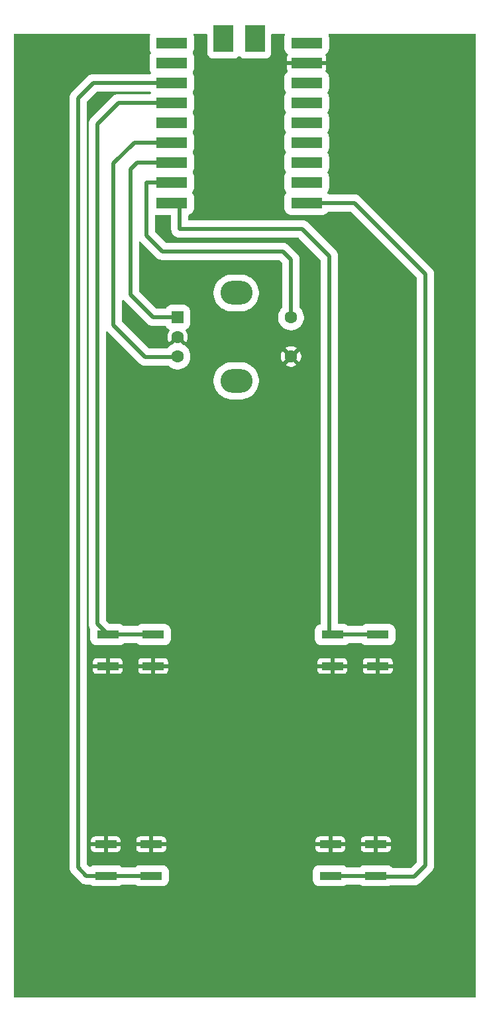
<source format=gbr>
%TF.GenerationSoftware,KiCad,Pcbnew,9.0.2*%
%TF.CreationDate,2025-08-01T16:44:25+02:00*%
%TF.ProjectId,DuploTrainController NG,4475706c-6f54-4726-9169-6e436f6e7472,rev?*%
%TF.SameCoordinates,PX2b953a0PY93c5970*%
%TF.FileFunction,Copper,L1,Top*%
%TF.FilePolarity,Positive*%
%FSLAX46Y46*%
G04 Gerber Fmt 4.6, Leading zero omitted, Abs format (unit mm)*
G04 Created by KiCad (PCBNEW 9.0.2) date 2025-08-01 16:44:25*
%MOMM*%
%LPD*%
G01*
G04 APERTURE LIST*
G04 Aperture macros list*
%AMRoundRect*
0 Rectangle with rounded corners*
0 $1 Rounding radius*
0 $2 $3 $4 $5 $6 $7 $8 $9 X,Y pos of 4 corners*
0 Add a 4 corners polygon primitive as box body*
4,1,4,$2,$3,$4,$5,$6,$7,$8,$9,$2,$3,0*
0 Add four circle primitives for the rounded corners*
1,1,$1+$1,$2,$3*
1,1,$1+$1,$4,$5*
1,1,$1+$1,$6,$7*
1,1,$1+$1,$8,$9*
0 Add four rect primitives between the rounded corners*
20,1,$1+$1,$2,$3,$4,$5,0*
20,1,$1+$1,$4,$5,$6,$7,0*
20,1,$1+$1,$6,$7,$8,$9,0*
20,1,$1+$1,$8,$9,$2,$3,0*%
G04 Aperture macros list end*
%TA.AperFunction,SMDPad,CuDef*%
%ADD10R,2.800000X1.000000*%
%TD*%
%TA.AperFunction,SMDPad,CuDef*%
%ADD11R,4.000000X1.348000*%
%TD*%
%TA.AperFunction,SMDPad,CuDef*%
%ADD12R,2.500000X3.500000*%
%TD*%
%TA.AperFunction,ComponentPad*%
%ADD13RoundRect,0.250000X-0.550000X-0.550000X0.550000X-0.550000X0.550000X0.550000X-0.550000X0.550000X0*%
%TD*%
%TA.AperFunction,ComponentPad*%
%ADD14C,1.600000*%
%TD*%
%TA.AperFunction,ComponentPad*%
%ADD15O,4.100000X3.000000*%
%TD*%
%TA.AperFunction,Conductor*%
%ADD16C,0.500000*%
%TD*%
G04 APERTURE END LIST*
D10*
%TO.P,SW4,1,1*%
%TO.N,Play*%
X41300000Y46750000D03*
X47100000Y46750000D03*
%TO.P,SW4,2,2*%
%TO.N,GND*%
X41300000Y42750000D03*
X47100000Y42750000D03*
%TD*%
D11*
%TO.P,U1,3.3V,3V3*%
%TO.N,3.3V*%
X38020000Y117170000D03*
%TO.P,U1,5V,5V*%
%TO.N,unconnected-(U1-Pad5V)*%
X38020000Y122250000D03*
D12*
%TO.P,U1,B+,B+*%
%TO.N,unconnected-(U1-PadB+)*%
X31400000Y122850000D03*
%TO.P,U1,B-,B-*%
%TO.N,unconnected-(U1-PadB-)*%
X27400000Y122850000D03*
D11*
%TO.P,U1,GND,GND*%
%TO.N,GND*%
X38020000Y119710000D03*
%TO.P,U1,GP1,GPIO1*%
%TO.N,Lichtauswahl*%
X20780000Y117170000D03*
%TO.P,U1,GP2,GPIO2*%
%TO.N,Record*%
X20780000Y114630000D03*
%TO.P,U1,GP3,GPIO3*%
%TO.N,unconnected-(U1-GPIO3-PadGP3)*%
X20780000Y112090000D03*
%TO.P,U1,GP4,GPIO4*%
%TO.N,ENC_2*%
X20780000Y109550000D03*
%TO.P,U1,GP5,GPIO5*%
%TO.N,ENC_1*%
X20780000Y107010000D03*
%TO.P,U1,GP6,GPIO6*%
%TO.N,Not_Aus*%
X20780000Y104470000D03*
%TO.P,U1,GP7,GPIO7*%
%TO.N,Play*%
X20780000Y101850000D03*
%TO.P,U1,GP8,GPIO8*%
%TO.N,Ger\u00E4uschauswahl*%
X38020000Y101850000D03*
%TO.P,U1,GP9,GPIO9*%
%TO.N,unconnected-(U1-GPIO9-PadGP9)*%
X38020000Y104470000D03*
%TO.P,U1,GP10,GPIO10*%
%TO.N,unconnected-(U1-GPIO10-PadGP10)*%
X38020000Y107010000D03*
%TO.P,U1,GP11,GPIO11*%
%TO.N,unconnected-(U1-GPIO11-PadGP11)*%
X38020000Y109550000D03*
%TO.P,U1,GP12,GPIO12*%
%TO.N,unconnected-(U1-GPIO12-PadGP12)*%
X38020000Y112090000D03*
%TO.P,U1,GP13,GPIO13*%
%TO.N,unconnected-(U1-GPIO13-PadGP13)*%
X38020000Y114630000D03*
%TO.P,U1,RX,RX*%
%TO.N,unconnected-(U1-PadRX)*%
X20780000Y119710000D03*
%TO.P,U1,TX,TX*%
%TO.N,unconnected-(U1-PadTX)*%
X20780000Y122250000D03*
%TD*%
D13*
%TO.P,SW5,A,A*%
%TO.N,ENC_1*%
X21520000Y87240000D03*
D14*
%TO.P,SW5,B,B*%
%TO.N,ENC_2*%
X21520000Y82240000D03*
%TO.P,SW5,C,C*%
%TO.N,GND*%
X21520000Y84740000D03*
%TO.P,SW5,S1,S1*%
%TO.N,Not_Aus*%
X36020000Y87240000D03*
%TO.P,SW5,S2,S2*%
%TO.N,GND*%
X36020000Y82240000D03*
D15*
%TO.P,SW5,SH*%
%TO.N,N/C*%
X29020000Y90340000D03*
X29020000Y79140000D03*
%TD*%
D10*
%TO.P,SW3,1,1*%
%TO.N,GND*%
X12350000Y20000000D03*
X18150000Y20000000D03*
%TO.P,SW3,2,2*%
%TO.N,Lichtauswahl*%
X12350000Y16000000D03*
X18150000Y16000000D03*
%TD*%
%TO.P,SW1,1,1*%
%TO.N,Record*%
X12600000Y46750000D03*
X18400000Y46750000D03*
%TO.P,SW1,2,2*%
%TO.N,GND*%
X12600000Y42750000D03*
X18400000Y42750000D03*
%TD*%
%TO.P,SW2,1,1*%
%TO.N,GND*%
X41050000Y20000000D03*
X46850000Y20000000D03*
%TO.P,SW2,2,2*%
%TO.N,Ger\u00E4uschauswahl*%
X41050000Y16000000D03*
X46850000Y16000000D03*
%TD*%
D16*
%TO.N,Record*%
X12600000Y46750000D02*
X12590000Y46750000D01*
X12600000Y46750000D02*
X18400000Y46750000D01*
X21780000Y114630000D02*
X13980000Y114630000D01*
X11250000Y48100000D02*
X12600000Y46750000D01*
X13980000Y114630000D02*
X11250000Y111900000D01*
X11250000Y111900000D02*
X11250000Y48100000D01*
%TO.N,Lichtauswahl*%
X12140000Y16210000D02*
X12350000Y16000000D01*
X10770000Y117170000D02*
X8800000Y115200000D01*
X21780000Y117170000D02*
X10770000Y117170000D01*
X12350000Y16000000D02*
X9850000Y16000000D01*
X12350000Y16000000D02*
X18150000Y16000000D01*
X8800000Y115200000D02*
X8800000Y17050000D01*
X9850000Y16000000D02*
X8800000Y17050000D01*
%TO.N,Play*%
X40900000Y47150000D02*
X41300000Y46750000D01*
X40900000Y95050000D02*
X40900000Y47150000D01*
X37450000Y98500000D02*
X40900000Y95050000D01*
X41300000Y46750000D02*
X47100000Y46750000D01*
X21780000Y101850000D02*
X21800000Y101830000D01*
X21800000Y101830000D02*
X21800000Y98500000D01*
X21800000Y98500000D02*
X37450000Y98500000D01*
%TO.N,Not_Aus*%
X17550000Y104450000D02*
X17550000Y97700000D01*
X21780000Y104470000D02*
X17570000Y104470000D01*
X17570000Y104470000D02*
X17550000Y104450000D01*
X17550000Y97700000D02*
X19600000Y95650000D01*
X19600000Y95650000D02*
X34950000Y95650000D01*
X36020000Y94580000D02*
X36020000Y87240000D01*
X34950000Y95650000D02*
X36020000Y94580000D01*
%TO.N,ENC_2*%
X21430000Y82150000D02*
X21520000Y82240000D01*
X17400000Y82150000D02*
X21430000Y82150000D01*
X13350000Y86200000D02*
X17400000Y82150000D01*
X16000000Y109550000D02*
X13350000Y106900000D01*
X21780000Y109550000D02*
X16000000Y109550000D01*
X13350000Y106900000D02*
X13350000Y86200000D01*
%TO.N,ENC_1*%
X15500000Y106150000D02*
X15500000Y90150000D01*
X18410000Y87240000D02*
X21520000Y87240000D01*
X16360000Y107010000D02*
X15500000Y106150000D01*
X21780000Y107010000D02*
X16360000Y107010000D01*
X15500000Y90150000D02*
X18410000Y87240000D01*
X21260000Y87500000D02*
X21520000Y87240000D01*
%TO.N,Ger\u00E4uschauswahl*%
X44100000Y101850000D02*
X53200000Y92750000D01*
X53200000Y92750000D02*
X53200000Y17330000D01*
X46850000Y16000000D02*
X41050000Y16000000D01*
X53200000Y17330000D02*
X51720000Y15850000D01*
X37020000Y101850000D02*
X44100000Y101850000D01*
X51720000Y15850000D02*
X46700000Y15850000D01*
%TD*%
%TA.AperFunction,Conductor*%
%TO.N,GND*%
G36*
X17953439Y123419815D02*
G01*
X17999194Y123367011D01*
X18009138Y123297853D01*
X17997488Y123260406D01*
X17976964Y123219024D01*
X17976963Y123219022D01*
X17932317Y123039500D01*
X17929500Y122997952D01*
X17929500Y121502049D01*
X17932317Y121460501D01*
X17976963Y121280979D01*
X17976964Y121280977D01*
X18059155Y121115251D01*
X18059157Y121115248D01*
X18105426Y121057687D01*
X18132085Y120993103D01*
X18119594Y120924359D01*
X18105426Y120902313D01*
X18059157Y120844753D01*
X18059155Y120844750D01*
X17976964Y120679024D01*
X17976963Y120679022D01*
X17932317Y120499500D01*
X17929500Y120457952D01*
X17929500Y118962049D01*
X17932317Y118920501D01*
X17976963Y118740979D01*
X17976964Y118740977D01*
X18059155Y118575251D01*
X18059157Y118575248D01*
X18105426Y118517687D01*
X18117076Y118489463D01*
X18130782Y118462167D01*
X18130282Y118457470D01*
X18132085Y118453103D01*
X18126625Y118423057D01*
X18123398Y118392688D01*
X18120092Y118387101D01*
X18119594Y118384359D01*
X18105426Y118362313D01*
X18068852Y118316813D01*
X18011509Y118276894D01*
X17972205Y118270500D01*
X10683389Y118270500D01*
X10643728Y118264219D01*
X10512302Y118243403D01*
X10347552Y118189872D01*
X10193211Y118111232D01*
X10113256Y118053141D01*
X10053072Y118009414D01*
X10053070Y118009412D01*
X10053069Y118009412D01*
X7960588Y115916931D01*
X7960588Y115916930D01*
X7960586Y115916928D01*
X7916859Y115856744D01*
X7858768Y115776789D01*
X7780128Y115622448D01*
X7726597Y115457698D01*
X7713967Y115377954D01*
X7699500Y115286611D01*
X7699500Y17136611D01*
X7699500Y16963389D01*
X7707677Y16911761D01*
X7726166Y16795022D01*
X7726598Y16792299D01*
X7780127Y16627555D01*
X7858768Y16473212D01*
X7960586Y16333072D01*
X9133072Y15160586D01*
X9273212Y15058768D01*
X9346131Y15021614D01*
X9427549Y14980129D01*
X9427551Y14980129D01*
X9427554Y14980127D01*
X9592299Y14926598D01*
X9763389Y14899500D01*
X9936611Y14899500D01*
X10295877Y14899500D01*
X10362916Y14879815D01*
X10373562Y14872149D01*
X10489247Y14779158D01*
X10654979Y14696963D01*
X10834501Y14652318D01*
X10834502Y14652318D01*
X10834505Y14652317D01*
X10876046Y14649500D01*
X10876048Y14649500D01*
X13823952Y14649500D01*
X13823954Y14649500D01*
X13865495Y14652317D01*
X14045021Y14696963D01*
X14210753Y14779158D01*
X14326435Y14872148D01*
X14391019Y14898806D01*
X14404123Y14899500D01*
X16095877Y14899500D01*
X16162916Y14879815D01*
X16173562Y14872149D01*
X16289247Y14779158D01*
X16454979Y14696963D01*
X16634501Y14652318D01*
X16634502Y14652318D01*
X16634505Y14652317D01*
X16676046Y14649500D01*
X16676048Y14649500D01*
X19623952Y14649500D01*
X19623954Y14649500D01*
X19665495Y14652317D01*
X19845021Y14696963D01*
X20010753Y14779158D01*
X20154940Y14895060D01*
X20270842Y15039247D01*
X20353037Y15204979D01*
X20397683Y15384505D01*
X20400500Y15426046D01*
X20400500Y16573954D01*
X20397683Y16615495D01*
X20353037Y16795021D01*
X20270842Y16960753D01*
X20181175Y17072303D01*
X20154940Y17104941D01*
X20052785Y17187055D01*
X20010753Y17220842D01*
X20010751Y17220843D01*
X20010750Y17220844D01*
X19845023Y17303036D01*
X19845021Y17303037D01*
X19665497Y17347683D01*
X19665501Y17347683D01*
X19634339Y17349796D01*
X19623954Y17350500D01*
X16676046Y17350500D01*
X16664177Y17349696D01*
X16634500Y17347683D01*
X16454978Y17303037D01*
X16454976Y17303036D01*
X16289249Y17220844D01*
X16289247Y17220842D01*
X16174399Y17128523D01*
X16173565Y17127853D01*
X16108981Y17101194D01*
X16095877Y17100500D01*
X14404123Y17100500D01*
X14337084Y17120185D01*
X14326435Y17127853D01*
X14210753Y17220842D01*
X14210751Y17220843D01*
X14210750Y17220844D01*
X14045023Y17303036D01*
X14045021Y17303037D01*
X13865497Y17347683D01*
X13865501Y17347683D01*
X13834339Y17349796D01*
X13823954Y17350500D01*
X10876046Y17350500D01*
X10864177Y17349696D01*
X10834500Y17347683D01*
X10654978Y17303037D01*
X10654976Y17303036D01*
X10489249Y17220844D01*
X10407563Y17155182D01*
X10342979Y17128523D01*
X10274234Y17141013D01*
X10242194Y17164148D01*
X9936819Y17469523D01*
X9903334Y17530846D01*
X9900500Y17557204D01*
X9900500Y19452156D01*
X10450000Y19452156D01*
X10456401Y19392628D01*
X10456403Y19392621D01*
X10506645Y19257914D01*
X10506649Y19257907D01*
X10592809Y19142813D01*
X10592812Y19142810D01*
X10707906Y19056650D01*
X10707913Y19056646D01*
X10842620Y19006404D01*
X10842627Y19006402D01*
X10902155Y19000001D01*
X10902172Y19000000D01*
X12100000Y19000000D01*
X12600000Y19000000D01*
X13797828Y19000000D01*
X13797844Y19000001D01*
X13857372Y19006402D01*
X13857379Y19006404D01*
X13992086Y19056646D01*
X13992093Y19056650D01*
X14107187Y19142810D01*
X14107190Y19142813D01*
X14193350Y19257907D01*
X14193354Y19257914D01*
X14243596Y19392621D01*
X14243598Y19392628D01*
X14249999Y19452156D01*
X16250000Y19452156D01*
X16256401Y19392628D01*
X16256403Y19392621D01*
X16306645Y19257914D01*
X16306649Y19257907D01*
X16392809Y19142813D01*
X16392812Y19142810D01*
X16507906Y19056650D01*
X16507913Y19056646D01*
X16642620Y19006404D01*
X16642627Y19006402D01*
X16702155Y19000001D01*
X16702172Y19000000D01*
X17900000Y19000000D01*
X18400000Y19000000D01*
X19597828Y19000000D01*
X19597844Y19000001D01*
X19657372Y19006402D01*
X19657379Y19006404D01*
X19792086Y19056646D01*
X19792093Y19056650D01*
X19907187Y19142810D01*
X19907190Y19142813D01*
X19993350Y19257907D01*
X19993354Y19257914D01*
X20043596Y19392621D01*
X20043598Y19392628D01*
X20049999Y19452156D01*
X39150000Y19452156D01*
X39156401Y19392628D01*
X39156403Y19392621D01*
X39206645Y19257914D01*
X39206649Y19257907D01*
X39292809Y19142813D01*
X39292812Y19142810D01*
X39407906Y19056650D01*
X39407913Y19056646D01*
X39542620Y19006404D01*
X39542627Y19006402D01*
X39602155Y19000001D01*
X39602172Y19000000D01*
X40800000Y19000000D01*
X41300000Y19000000D01*
X42497828Y19000000D01*
X42497844Y19000001D01*
X42557372Y19006402D01*
X42557379Y19006404D01*
X42692086Y19056646D01*
X42692093Y19056650D01*
X42807187Y19142810D01*
X42807190Y19142813D01*
X42893350Y19257907D01*
X42893354Y19257914D01*
X42943596Y19392621D01*
X42943598Y19392628D01*
X42949999Y19452156D01*
X44950000Y19452156D01*
X44956401Y19392628D01*
X44956403Y19392621D01*
X45006645Y19257914D01*
X45006649Y19257907D01*
X45092809Y19142813D01*
X45092812Y19142810D01*
X45207906Y19056650D01*
X45207913Y19056646D01*
X45342620Y19006404D01*
X45342627Y19006402D01*
X45402155Y19000001D01*
X45402172Y19000000D01*
X46600000Y19000000D01*
X47100000Y19000000D01*
X48297828Y19000000D01*
X48297844Y19000001D01*
X48357372Y19006402D01*
X48357379Y19006404D01*
X48492086Y19056646D01*
X48492093Y19056650D01*
X48607187Y19142810D01*
X48607190Y19142813D01*
X48693350Y19257907D01*
X48693354Y19257914D01*
X48743596Y19392621D01*
X48743598Y19392628D01*
X48749999Y19452156D01*
X48750000Y19452173D01*
X48750000Y19750000D01*
X47100000Y19750000D01*
X47100000Y19000000D01*
X46600000Y19000000D01*
X46600000Y19750000D01*
X44950000Y19750000D01*
X44950000Y19452156D01*
X42949999Y19452156D01*
X42950000Y19452173D01*
X42950000Y19750000D01*
X41300000Y19750000D01*
X41300000Y19000000D01*
X40800000Y19000000D01*
X40800000Y19750000D01*
X39150000Y19750000D01*
X39150000Y19452156D01*
X20049999Y19452156D01*
X20050000Y19452173D01*
X20050000Y19750000D01*
X18400000Y19750000D01*
X18400000Y19000000D01*
X17900000Y19000000D01*
X17900000Y19750000D01*
X16250000Y19750000D01*
X16250000Y19452156D01*
X14249999Y19452156D01*
X14250000Y19452173D01*
X14250000Y19750000D01*
X12600000Y19750000D01*
X12600000Y19000000D01*
X12100000Y19000000D01*
X12100000Y19750000D01*
X10450000Y19750000D01*
X10450000Y19452156D01*
X9900500Y19452156D01*
X9900500Y20547845D01*
X10450000Y20547845D01*
X10450000Y20250000D01*
X12100000Y20250000D01*
X12600000Y20250000D01*
X14250000Y20250000D01*
X14250000Y20547828D01*
X14249999Y20547845D01*
X16250000Y20547845D01*
X16250000Y20250000D01*
X17900000Y20250000D01*
X18400000Y20250000D01*
X20050000Y20250000D01*
X20050000Y20547828D01*
X20049999Y20547845D01*
X39150000Y20547845D01*
X39150000Y20250000D01*
X40800000Y20250000D01*
X41300000Y20250000D01*
X42950000Y20250000D01*
X42950000Y20547828D01*
X42949999Y20547845D01*
X44950000Y20547845D01*
X44950000Y20250000D01*
X46600000Y20250000D01*
X47100000Y20250000D01*
X48750000Y20250000D01*
X48750000Y20547828D01*
X48749999Y20547845D01*
X48743598Y20607373D01*
X48743596Y20607380D01*
X48693354Y20742087D01*
X48693350Y20742094D01*
X48607190Y20857188D01*
X48607187Y20857191D01*
X48492093Y20943351D01*
X48492086Y20943355D01*
X48357379Y20993597D01*
X48357372Y20993599D01*
X48297844Y21000000D01*
X47100000Y21000000D01*
X47100000Y20250000D01*
X46600000Y20250000D01*
X46600000Y21000000D01*
X45402155Y21000000D01*
X45342627Y20993599D01*
X45342620Y20993597D01*
X45207913Y20943355D01*
X45207906Y20943351D01*
X45092812Y20857191D01*
X45092809Y20857188D01*
X45006649Y20742094D01*
X45006645Y20742087D01*
X44956403Y20607380D01*
X44956401Y20607373D01*
X44950000Y20547845D01*
X42949999Y20547845D01*
X42943598Y20607373D01*
X42943596Y20607380D01*
X42893354Y20742087D01*
X42893350Y20742094D01*
X42807190Y20857188D01*
X42807187Y20857191D01*
X42692093Y20943351D01*
X42692086Y20943355D01*
X42557379Y20993597D01*
X42557372Y20993599D01*
X42497844Y21000000D01*
X41300000Y21000000D01*
X41300000Y20250000D01*
X40800000Y20250000D01*
X40800000Y21000000D01*
X39602155Y21000000D01*
X39542627Y20993599D01*
X39542620Y20993597D01*
X39407913Y20943355D01*
X39407906Y20943351D01*
X39292812Y20857191D01*
X39292809Y20857188D01*
X39206649Y20742094D01*
X39206645Y20742087D01*
X39156403Y20607380D01*
X39156401Y20607373D01*
X39150000Y20547845D01*
X20049999Y20547845D01*
X20043598Y20607373D01*
X20043596Y20607380D01*
X19993354Y20742087D01*
X19993350Y20742094D01*
X19907190Y20857188D01*
X19907187Y20857191D01*
X19792093Y20943351D01*
X19792086Y20943355D01*
X19657379Y20993597D01*
X19657372Y20993599D01*
X19597844Y21000000D01*
X18400000Y21000000D01*
X18400000Y20250000D01*
X17900000Y20250000D01*
X17900000Y21000000D01*
X16702155Y21000000D01*
X16642627Y20993599D01*
X16642620Y20993597D01*
X16507913Y20943355D01*
X16507906Y20943351D01*
X16392812Y20857191D01*
X16392809Y20857188D01*
X16306649Y20742094D01*
X16306645Y20742087D01*
X16256403Y20607380D01*
X16256401Y20607373D01*
X16250000Y20547845D01*
X14249999Y20547845D01*
X14243598Y20607373D01*
X14243596Y20607380D01*
X14193354Y20742087D01*
X14193350Y20742094D01*
X14107190Y20857188D01*
X14107187Y20857191D01*
X13992093Y20943351D01*
X13992086Y20943355D01*
X13857379Y20993597D01*
X13857372Y20993599D01*
X13797844Y21000000D01*
X12600000Y21000000D01*
X12600000Y20250000D01*
X12100000Y20250000D01*
X12100000Y21000000D01*
X10902155Y21000000D01*
X10842627Y20993599D01*
X10842620Y20993597D01*
X10707913Y20943355D01*
X10707906Y20943351D01*
X10592812Y20857191D01*
X10592809Y20857188D01*
X10506649Y20742094D01*
X10506645Y20742087D01*
X10456403Y20607380D01*
X10456401Y20607373D01*
X10450000Y20547845D01*
X9900500Y20547845D01*
X9900500Y42202156D01*
X10700000Y42202156D01*
X10706401Y42142628D01*
X10706403Y42142621D01*
X10756645Y42007914D01*
X10756649Y42007907D01*
X10842809Y41892813D01*
X10842812Y41892810D01*
X10957906Y41806650D01*
X10957913Y41806646D01*
X11092620Y41756404D01*
X11092627Y41756402D01*
X11152155Y41750001D01*
X11152172Y41750000D01*
X12350000Y41750000D01*
X12850000Y41750000D01*
X14047828Y41750000D01*
X14047844Y41750001D01*
X14107372Y41756402D01*
X14107379Y41756404D01*
X14242086Y41806646D01*
X14242093Y41806650D01*
X14357187Y41892810D01*
X14357190Y41892813D01*
X14443350Y42007907D01*
X14443354Y42007914D01*
X14493596Y42142621D01*
X14493598Y42142628D01*
X14499999Y42202156D01*
X16500000Y42202156D01*
X16506401Y42142628D01*
X16506403Y42142621D01*
X16556645Y42007914D01*
X16556649Y42007907D01*
X16642809Y41892813D01*
X16642812Y41892810D01*
X16757906Y41806650D01*
X16757913Y41806646D01*
X16892620Y41756404D01*
X16892627Y41756402D01*
X16952155Y41750001D01*
X16952172Y41750000D01*
X18150000Y41750000D01*
X18650000Y41750000D01*
X19847828Y41750000D01*
X19847844Y41750001D01*
X19907372Y41756402D01*
X19907379Y41756404D01*
X20042086Y41806646D01*
X20042093Y41806650D01*
X20157187Y41892810D01*
X20157190Y41892813D01*
X20243350Y42007907D01*
X20243354Y42007914D01*
X20293596Y42142621D01*
X20293598Y42142628D01*
X20299999Y42202156D01*
X39400000Y42202156D01*
X39406401Y42142628D01*
X39406403Y42142621D01*
X39456645Y42007914D01*
X39456649Y42007907D01*
X39542809Y41892813D01*
X39542812Y41892810D01*
X39657906Y41806650D01*
X39657913Y41806646D01*
X39792620Y41756404D01*
X39792627Y41756402D01*
X39852155Y41750001D01*
X39852172Y41750000D01*
X41050000Y41750000D01*
X41550000Y41750000D01*
X42747828Y41750000D01*
X42747844Y41750001D01*
X42807372Y41756402D01*
X42807379Y41756404D01*
X42942086Y41806646D01*
X42942093Y41806650D01*
X43057187Y41892810D01*
X43057190Y41892813D01*
X43143350Y42007907D01*
X43143354Y42007914D01*
X43193596Y42142621D01*
X43193598Y42142628D01*
X43199999Y42202156D01*
X45200000Y42202156D01*
X45206401Y42142628D01*
X45206403Y42142621D01*
X45256645Y42007914D01*
X45256649Y42007907D01*
X45342809Y41892813D01*
X45342812Y41892810D01*
X45457906Y41806650D01*
X45457913Y41806646D01*
X45592620Y41756404D01*
X45592627Y41756402D01*
X45652155Y41750001D01*
X45652172Y41750000D01*
X46850000Y41750000D01*
X47350000Y41750000D01*
X48547828Y41750000D01*
X48547844Y41750001D01*
X48607372Y41756402D01*
X48607379Y41756404D01*
X48742086Y41806646D01*
X48742093Y41806650D01*
X48857187Y41892810D01*
X48857190Y41892813D01*
X48943350Y42007907D01*
X48943354Y42007914D01*
X48993596Y42142621D01*
X48993598Y42142628D01*
X48999999Y42202156D01*
X49000000Y42202173D01*
X49000000Y42500000D01*
X47350000Y42500000D01*
X47350000Y41750000D01*
X46850000Y41750000D01*
X46850000Y42500000D01*
X45200000Y42500000D01*
X45200000Y42202156D01*
X43199999Y42202156D01*
X43200000Y42202173D01*
X43200000Y42500000D01*
X41550000Y42500000D01*
X41550000Y41750000D01*
X41050000Y41750000D01*
X41050000Y42500000D01*
X39400000Y42500000D01*
X39400000Y42202156D01*
X20299999Y42202156D01*
X20300000Y42202173D01*
X20300000Y42500000D01*
X18650000Y42500000D01*
X18650000Y41750000D01*
X18150000Y41750000D01*
X18150000Y42500000D01*
X16500000Y42500000D01*
X16500000Y42202156D01*
X14499999Y42202156D01*
X14500000Y42202173D01*
X14500000Y42500000D01*
X12850000Y42500000D01*
X12850000Y41750000D01*
X12350000Y41750000D01*
X12350000Y42500000D01*
X10700000Y42500000D01*
X10700000Y42202156D01*
X9900500Y42202156D01*
X9900500Y43297845D01*
X10700000Y43297845D01*
X10700000Y43000000D01*
X12350000Y43000000D01*
X12850000Y43000000D01*
X14500000Y43000000D01*
X14500000Y43297828D01*
X14499999Y43297845D01*
X16500000Y43297845D01*
X16500000Y43000000D01*
X18150000Y43000000D01*
X18650000Y43000000D01*
X20300000Y43000000D01*
X20300000Y43297828D01*
X20299999Y43297845D01*
X39400000Y43297845D01*
X39400000Y43000000D01*
X41050000Y43000000D01*
X41550000Y43000000D01*
X43200000Y43000000D01*
X43200000Y43297828D01*
X43199999Y43297845D01*
X45200000Y43297845D01*
X45200000Y43000000D01*
X46850000Y43000000D01*
X47350000Y43000000D01*
X49000000Y43000000D01*
X49000000Y43297828D01*
X48999999Y43297845D01*
X48993598Y43357373D01*
X48993596Y43357380D01*
X48943354Y43492087D01*
X48943350Y43492094D01*
X48857190Y43607188D01*
X48857187Y43607191D01*
X48742093Y43693351D01*
X48742086Y43693355D01*
X48607379Y43743597D01*
X48607372Y43743599D01*
X48547844Y43750000D01*
X47350000Y43750000D01*
X47350000Y43000000D01*
X46850000Y43000000D01*
X46850000Y43750000D01*
X45652155Y43750000D01*
X45592627Y43743599D01*
X45592620Y43743597D01*
X45457913Y43693355D01*
X45457906Y43693351D01*
X45342812Y43607191D01*
X45342809Y43607188D01*
X45256649Y43492094D01*
X45256645Y43492087D01*
X45206403Y43357380D01*
X45206401Y43357373D01*
X45200000Y43297845D01*
X43199999Y43297845D01*
X43193598Y43357373D01*
X43193596Y43357380D01*
X43143354Y43492087D01*
X43143350Y43492094D01*
X43057190Y43607188D01*
X43057187Y43607191D01*
X42942093Y43693351D01*
X42942086Y43693355D01*
X42807379Y43743597D01*
X42807372Y43743599D01*
X42747844Y43750000D01*
X41550000Y43750000D01*
X41550000Y43000000D01*
X41050000Y43000000D01*
X41050000Y43750000D01*
X39852155Y43750000D01*
X39792627Y43743599D01*
X39792620Y43743597D01*
X39657913Y43693355D01*
X39657906Y43693351D01*
X39542812Y43607191D01*
X39542809Y43607188D01*
X39456649Y43492094D01*
X39456645Y43492087D01*
X39406403Y43357380D01*
X39406401Y43357373D01*
X39400000Y43297845D01*
X20299999Y43297845D01*
X20293598Y43357373D01*
X20293596Y43357380D01*
X20243354Y43492087D01*
X20243350Y43492094D01*
X20157190Y43607188D01*
X20157187Y43607191D01*
X20042093Y43693351D01*
X20042086Y43693355D01*
X19907379Y43743597D01*
X19907372Y43743599D01*
X19847844Y43750000D01*
X18650000Y43750000D01*
X18650000Y43000000D01*
X18150000Y43000000D01*
X18150000Y43750000D01*
X16952155Y43750000D01*
X16892627Y43743599D01*
X16892620Y43743597D01*
X16757913Y43693355D01*
X16757906Y43693351D01*
X16642812Y43607191D01*
X16642809Y43607188D01*
X16556649Y43492094D01*
X16556645Y43492087D01*
X16506403Y43357380D01*
X16506401Y43357373D01*
X16500000Y43297845D01*
X14499999Y43297845D01*
X14493598Y43357373D01*
X14493596Y43357380D01*
X14443354Y43492087D01*
X14443350Y43492094D01*
X14357190Y43607188D01*
X14357187Y43607191D01*
X14242093Y43693351D01*
X14242086Y43693355D01*
X14107379Y43743597D01*
X14107372Y43743599D01*
X14047844Y43750000D01*
X12850000Y43750000D01*
X12850000Y43000000D01*
X12350000Y43000000D01*
X12350000Y43750000D01*
X11152155Y43750000D01*
X11092627Y43743599D01*
X11092620Y43743597D01*
X10957913Y43693355D01*
X10957906Y43693351D01*
X10842812Y43607191D01*
X10842809Y43607188D01*
X10756649Y43492094D01*
X10756645Y43492087D01*
X10706403Y43357380D01*
X10706401Y43357373D01*
X10700000Y43297845D01*
X9900500Y43297845D01*
X9900500Y114692796D01*
X9920185Y114759835D01*
X9936819Y114780477D01*
X11189523Y116033181D01*
X11250846Y116066666D01*
X11277204Y116069500D01*
X17972205Y116069500D01*
X17974483Y116068832D01*
X17976783Y116069415D01*
X18007831Y116059039D01*
X18039244Y116049815D01*
X18041498Y116047788D01*
X18043050Y116047269D01*
X18068852Y116023187D01*
X18105426Y115977687D01*
X18132085Y115913103D01*
X18119595Y115844359D01*
X18105426Y115822313D01*
X18068852Y115776813D01*
X18011509Y115736894D01*
X17972205Y115730500D01*
X14066611Y115730500D01*
X13893389Y115730500D01*
X13853728Y115724219D01*
X13722302Y115703403D01*
X13557552Y115649872D01*
X13403211Y115571232D01*
X13323256Y115513141D01*
X13263072Y115469414D01*
X13263070Y115469412D01*
X13263069Y115469412D01*
X10410588Y112616931D01*
X10410588Y112616930D01*
X10410586Y112616928D01*
X10366859Y112556744D01*
X10308768Y112476789D01*
X10230128Y112322448D01*
X10176597Y112157698D01*
X10149500Y111986611D01*
X10149500Y48013390D01*
X10174595Y47854941D01*
X10176598Y47842299D01*
X10230127Y47677555D01*
X10297655Y47545022D01*
X10308770Y47523209D01*
X10336471Y47485081D01*
X10359951Y47419275D01*
X10356489Y47382274D01*
X10352317Y47365500D01*
X10349500Y47323952D01*
X10349500Y46176049D01*
X10352317Y46134501D01*
X10396963Y45954979D01*
X10396964Y45954977D01*
X10479156Y45789250D01*
X10595059Y45645060D01*
X10677173Y45579055D01*
X10739247Y45529158D01*
X10904979Y45446963D01*
X11084501Y45402318D01*
X11084502Y45402318D01*
X11084505Y45402317D01*
X11126046Y45399500D01*
X11126048Y45399500D01*
X14073952Y45399500D01*
X14073954Y45399500D01*
X14115495Y45402317D01*
X14295021Y45446963D01*
X14460753Y45529158D01*
X14576435Y45622148D01*
X14641019Y45648806D01*
X14654123Y45649500D01*
X16345877Y45649500D01*
X16412916Y45629815D01*
X16423562Y45622149D01*
X16539247Y45529158D01*
X16704979Y45446963D01*
X16884501Y45402318D01*
X16884502Y45402318D01*
X16884505Y45402317D01*
X16926046Y45399500D01*
X16926048Y45399500D01*
X19873952Y45399500D01*
X19873954Y45399500D01*
X19915495Y45402317D01*
X20095021Y45446963D01*
X20260753Y45529158D01*
X20404940Y45645060D01*
X20520842Y45789247D01*
X20603037Y45954979D01*
X20647683Y46134505D01*
X20650500Y46176046D01*
X20650500Y47323954D01*
X20647683Y47365495D01*
X20603037Y47545021D01*
X20520842Y47710753D01*
X20470945Y47772827D01*
X20404940Y47854941D01*
X20302785Y47937055D01*
X20260753Y47970842D01*
X20260751Y47970843D01*
X20260750Y47970844D01*
X20095023Y48053036D01*
X20095021Y48053037D01*
X19915497Y48097683D01*
X19915501Y48097683D01*
X19884339Y48099796D01*
X19873954Y48100500D01*
X16926046Y48100500D01*
X16914177Y48099696D01*
X16884500Y48097683D01*
X16704978Y48053037D01*
X16704976Y48053036D01*
X16539249Y47970844D01*
X16423565Y47877853D01*
X16358981Y47851194D01*
X16345877Y47850500D01*
X14654123Y47850500D01*
X14587084Y47870185D01*
X14576435Y47877853D01*
X14460753Y47970842D01*
X14460751Y47970843D01*
X14460750Y47970844D01*
X14295023Y48053036D01*
X14295021Y48053037D01*
X14115497Y48097683D01*
X14115501Y48097683D01*
X14084339Y48099796D01*
X14073954Y48100500D01*
X14073952Y48100500D01*
X12857204Y48100500D01*
X12790165Y48120185D01*
X12769523Y48136819D01*
X12386819Y48519523D01*
X12353334Y48580846D01*
X12350500Y48607204D01*
X12350500Y79294054D01*
X26119500Y79294054D01*
X26119500Y78985947D01*
X26119501Y78985931D01*
X26159717Y78680458D01*
X26239464Y78382838D01*
X26357376Y78098174D01*
X26357381Y78098163D01*
X26450014Y77937720D01*
X26511438Y77831330D01*
X26511440Y77831327D01*
X26511441Y77831326D01*
X26699007Y77586885D01*
X26699013Y77586878D01*
X26916877Y77369014D01*
X26916883Y77369009D01*
X27161330Y77181438D01*
X27332830Y77082422D01*
X27428162Y77027382D01*
X27428167Y77027380D01*
X27428170Y77027378D01*
X27712836Y76909465D01*
X28010456Y76829718D01*
X28315940Y76789500D01*
X28315947Y76789500D01*
X29724053Y76789500D01*
X29724060Y76789500D01*
X30029544Y76829718D01*
X30327164Y76909465D01*
X30611830Y77027378D01*
X30878670Y77181438D01*
X31123117Y77369009D01*
X31340991Y77586883D01*
X31528562Y77831330D01*
X31682622Y78098170D01*
X31800535Y78382836D01*
X31880282Y78680456D01*
X31920500Y78985940D01*
X31920500Y79294060D01*
X31880282Y79599544D01*
X31800535Y79897164D01*
X31682622Y80181830D01*
X31682620Y80181833D01*
X31682618Y80181838D01*
X31627578Y80277170D01*
X31528562Y80448670D01*
X31340991Y80693117D01*
X31340986Y80693123D01*
X31123122Y80910987D01*
X31123115Y80910993D01*
X30878677Y81098557D01*
X30878675Y81098559D01*
X30878670Y81098562D01*
X30819383Y81132792D01*
X30611837Y81252619D01*
X30611826Y81252624D01*
X30327162Y81370536D01*
X30029542Y81450283D01*
X29724069Y81490499D01*
X29724066Y81490500D01*
X29724060Y81490500D01*
X28315940Y81490500D01*
X28315934Y81490500D01*
X28315930Y81490499D01*
X28010457Y81450283D01*
X27712837Y81370536D01*
X27428173Y81252624D01*
X27428162Y81252619D01*
X27161325Y81098559D01*
X26916884Y80910993D01*
X26916877Y80910987D01*
X26699013Y80693123D01*
X26699007Y80693116D01*
X26511441Y80448675D01*
X26357381Y80181838D01*
X26357376Y80181827D01*
X26239464Y79897163D01*
X26159717Y79599543D01*
X26119501Y79294070D01*
X26119500Y79294054D01*
X12350500Y79294054D01*
X12350500Y85343796D01*
X12370185Y85410835D01*
X12422989Y85456590D01*
X12492147Y85466534D01*
X12555703Y85437509D01*
X12562181Y85431477D01*
X16683072Y81310586D01*
X16823212Y81208768D01*
X16977555Y81130127D01*
X17142299Y81076598D01*
X17313389Y81049500D01*
X17486611Y81049500D01*
X20324978Y81049500D01*
X20392017Y81029815D01*
X20412659Y81013181D01*
X20444771Y80981069D01*
X20654949Y80828366D01*
X20802445Y80753213D01*
X20886423Y80710423D01*
X20886425Y80710423D01*
X20886428Y80710421D01*
X21133507Y80630140D01*
X21265706Y80609203D01*
X21390098Y80589500D01*
X21390103Y80589500D01*
X21649902Y80589500D01*
X21763298Y80607461D01*
X21906493Y80630140D01*
X22153572Y80710421D01*
X22385051Y80828366D01*
X22595229Y80981069D01*
X22778931Y81164771D01*
X22931634Y81374949D01*
X23049579Y81606428D01*
X23129860Y81853507D01*
X23160507Y82047007D01*
X23170500Y82110098D01*
X23170500Y82342318D01*
X34720000Y82342318D01*
X34720000Y82137683D01*
X34752009Y81935583D01*
X34815244Y81740969D01*
X34908141Y81558650D01*
X34908147Y81558641D01*
X34940523Y81514079D01*
X34940524Y81514078D01*
X35537037Y82110591D01*
X35554075Y82047007D01*
X35619901Y81932993D01*
X35712993Y81839901D01*
X35827007Y81774075D01*
X35890590Y81757038D01*
X35294076Y81160526D01*
X35338650Y81128141D01*
X35520968Y81035245D01*
X35715582Y80972010D01*
X35917683Y80940000D01*
X36122317Y80940000D01*
X36324417Y80972010D01*
X36519031Y81035245D01*
X36701349Y81128141D01*
X36745921Y81160526D01*
X36149409Y81757038D01*
X36212993Y81774075D01*
X36327007Y81839901D01*
X36420099Y81932993D01*
X36485925Y82047007D01*
X36502962Y82110591D01*
X37099474Y81514079D01*
X37131859Y81558651D01*
X37224755Y81740969D01*
X37287990Y81935583D01*
X37320000Y82137683D01*
X37320000Y82342318D01*
X37287990Y82544418D01*
X37224755Y82739032D01*
X37131859Y82921350D01*
X37099474Y82965923D01*
X37099474Y82965924D01*
X36502962Y82369411D01*
X36485925Y82432993D01*
X36420099Y82547007D01*
X36327007Y82640099D01*
X36212993Y82705925D01*
X36149408Y82722963D01*
X36745922Y83319476D01*
X36745921Y83319477D01*
X36701359Y83351853D01*
X36701350Y83351859D01*
X36519031Y83444756D01*
X36324417Y83507991D01*
X36122317Y83540000D01*
X35917683Y83540000D01*
X35715582Y83507991D01*
X35520968Y83444756D01*
X35338644Y83351857D01*
X35294077Y83319477D01*
X35294077Y83319476D01*
X35890591Y82722963D01*
X35827007Y82705925D01*
X35712993Y82640099D01*
X35619901Y82547007D01*
X35554075Y82432993D01*
X35537037Y82369410D01*
X34940524Y82965923D01*
X34940523Y82965923D01*
X34908143Y82921356D01*
X34815244Y82739032D01*
X34752009Y82544418D01*
X34720000Y82342318D01*
X23170500Y82342318D01*
X23170500Y82369903D01*
X23142449Y82547007D01*
X23129860Y82626493D01*
X23049579Y82873572D01*
X23049577Y82873575D01*
X23049577Y82873577D01*
X22931633Y83105052D01*
X22778931Y83315229D01*
X22595229Y83498931D01*
X22385051Y83651634D01*
X22310891Y83689421D01*
X22153572Y83769580D01*
X22149072Y83771443D01*
X22149704Y83772969D01*
X22107775Y83798671D01*
X21649409Y84257038D01*
X21712993Y84274075D01*
X21827007Y84339901D01*
X21920099Y84432993D01*
X21985925Y84547007D01*
X22002962Y84610591D01*
X22599474Y84014079D01*
X22631859Y84058651D01*
X22724755Y84240969D01*
X22787990Y84435583D01*
X22820000Y84637683D01*
X22820000Y84842318D01*
X22787990Y85044418D01*
X22724755Y85239032D01*
X22631859Y85421350D01*
X22550247Y85533678D01*
X22526767Y85599484D01*
X22542592Y85667538D01*
X22592698Y85716233D01*
X22598433Y85718969D01*
X22599795Y85719714D01*
X22599813Y85719721D01*
X22773865Y85837523D01*
X22922477Y85986135D01*
X23040279Y86160187D01*
X23123013Y86353388D01*
X23167688Y86558755D01*
X23170500Y86605962D01*
X23170500Y87874038D01*
X23167688Y87921245D01*
X23127702Y88105055D01*
X23123015Y88126603D01*
X23123012Y88126614D01*
X23040281Y88319809D01*
X23040280Y88319811D01*
X23040279Y88319813D01*
X22922477Y88493865D01*
X22773865Y88642477D01*
X22599813Y88760279D01*
X22599811Y88760280D01*
X22599808Y88760282D01*
X22406613Y88843013D01*
X22406602Y88843016D01*
X22201250Y88887688D01*
X22186492Y88888567D01*
X22154038Y88890500D01*
X20885962Y88890500D01*
X20855416Y88888681D01*
X20838749Y88887688D01*
X20633397Y88843016D01*
X20633386Y88843013D01*
X20440191Y88760282D01*
X20266137Y88642479D01*
X20117521Y88493864D01*
X20117518Y88493860D01*
X20050606Y88394997D01*
X19996728Y88350512D01*
X19947916Y88340500D01*
X18917204Y88340500D01*
X18850165Y88360185D01*
X18829523Y88376819D01*
X16712288Y90494054D01*
X26119500Y90494054D01*
X26119500Y90185947D01*
X26119501Y90185931D01*
X26159717Y89880458D01*
X26239464Y89582838D01*
X26357376Y89298174D01*
X26357381Y89298163D01*
X26450014Y89137720D01*
X26511438Y89031330D01*
X26511440Y89031327D01*
X26511441Y89031326D01*
X26699007Y88786885D01*
X26699013Y88786878D01*
X26916877Y88569014D01*
X26916884Y88569008D01*
X27014812Y88493865D01*
X27161330Y88381438D01*
X27276013Y88315226D01*
X27428162Y88227382D01*
X27428167Y88227380D01*
X27428170Y88227378D01*
X27712836Y88109465D01*
X28010456Y88029718D01*
X28315940Y87989500D01*
X28315947Y87989500D01*
X29724053Y87989500D01*
X29724060Y87989500D01*
X30029544Y88029718D01*
X30327164Y88109465D01*
X30611830Y88227378D01*
X30878670Y88381438D01*
X31123117Y88569009D01*
X31340991Y88786883D01*
X31528562Y89031330D01*
X31682622Y89298170D01*
X31800535Y89582836D01*
X31880282Y89880456D01*
X31920500Y90185940D01*
X31920500Y90494060D01*
X31880282Y90799544D01*
X31800535Y91097164D01*
X31682622Y91381830D01*
X31682620Y91381833D01*
X31682618Y91381838D01*
X31627578Y91477170D01*
X31528562Y91648670D01*
X31340991Y91893117D01*
X31340986Y91893123D01*
X31123122Y92110987D01*
X31123115Y92110993D01*
X30878674Y92298559D01*
X30878673Y92298560D01*
X30878670Y92298562D01*
X30772280Y92359986D01*
X30611837Y92452619D01*
X30611826Y92452624D01*
X30327162Y92570536D01*
X30029542Y92650283D01*
X29724069Y92690499D01*
X29724066Y92690500D01*
X29724060Y92690500D01*
X28315940Y92690500D01*
X28315934Y92690500D01*
X28315930Y92690499D01*
X28010457Y92650283D01*
X27712837Y92570536D01*
X27428173Y92452624D01*
X27428162Y92452619D01*
X27161325Y92298559D01*
X26916884Y92110993D01*
X26916877Y92110987D01*
X26699013Y91893123D01*
X26699007Y91893116D01*
X26511441Y91648675D01*
X26357381Y91381838D01*
X26357376Y91381827D01*
X26239464Y91097163D01*
X26159717Y90799543D01*
X26119501Y90494070D01*
X26119500Y90494054D01*
X16712288Y90494054D01*
X16636819Y90569523D01*
X16603334Y90630846D01*
X16600500Y90657204D01*
X16600500Y96793796D01*
X16620185Y96860835D01*
X16672989Y96906590D01*
X16742147Y96916534D01*
X16805703Y96887509D01*
X16812181Y96881477D01*
X18760586Y94933072D01*
X18883072Y94810586D01*
X19023212Y94708768D01*
X19177555Y94630127D01*
X19342299Y94576598D01*
X19513389Y94549500D01*
X34442796Y94549500D01*
X34509835Y94529815D01*
X34530477Y94513181D01*
X34883181Y94160477D01*
X34916666Y94099154D01*
X34919500Y94072796D01*
X34919500Y88525022D01*
X34899815Y88457983D01*
X34883181Y88437341D01*
X34761071Y88315232D01*
X34761066Y88315226D01*
X34608368Y88105055D01*
X34490422Y87873577D01*
X34410140Y87626494D01*
X34369500Y87369903D01*
X34369500Y87110098D01*
X34410140Y86853507D01*
X34490422Y86606424D01*
X34514714Y86558750D01*
X34595303Y86400586D01*
X34608368Y86374946D01*
X34759741Y86166599D01*
X34761069Y86164771D01*
X34944771Y85981069D01*
X35154949Y85828366D01*
X35302445Y85753213D01*
X35386423Y85710423D01*
X35386425Y85710423D01*
X35386428Y85710421D01*
X35633507Y85630140D01*
X35763718Y85609517D01*
X35890098Y85589500D01*
X35890103Y85589500D01*
X36149902Y85589500D01*
X36263298Y85607461D01*
X36406493Y85630140D01*
X36653572Y85710421D01*
X36885051Y85828366D01*
X37095229Y85981069D01*
X37278931Y86164771D01*
X37431634Y86374949D01*
X37549579Y86606428D01*
X37629860Y86853507D01*
X37652539Y86996702D01*
X37670500Y87110098D01*
X37670500Y87369903D01*
X37648947Y87505979D01*
X37629860Y87626493D01*
X37549579Y87873572D01*
X37549577Y87873575D01*
X37549577Y87873577D01*
X37470018Y88029718D01*
X37431634Y88105051D01*
X37278931Y88315229D01*
X37156819Y88437341D01*
X37123334Y88498664D01*
X37120500Y88525022D01*
X37120500Y94666614D01*
X37113823Y94708766D01*
X37113823Y94708769D01*
X37093404Y94837693D01*
X37093403Y94837698D01*
X37093403Y94837700D01*
X37039873Y95002445D01*
X37039871Y95002448D01*
X37039871Y95002450D01*
X36998387Y95083867D01*
X36961232Y95156788D01*
X36859414Y95296928D01*
X36736928Y95419414D01*
X35666928Y96489414D01*
X35526788Y96591232D01*
X35372445Y96669873D01*
X35207701Y96723402D01*
X35207699Y96723403D01*
X35207698Y96723403D01*
X35076271Y96744219D01*
X35036611Y96750500D01*
X35036610Y96750500D01*
X20107204Y96750500D01*
X20040165Y96770185D01*
X20019523Y96786819D01*
X18686819Y98119523D01*
X18653334Y98180846D01*
X18650500Y98207204D01*
X18650500Y100201500D01*
X18670185Y100268539D01*
X18722989Y100314294D01*
X18774500Y100325500D01*
X20575500Y100325500D01*
X20642539Y100305815D01*
X20688294Y100253011D01*
X20699500Y100201500D01*
X20699500Y98586611D01*
X20699500Y98413389D01*
X20726598Y98242299D01*
X20780127Y98077555D01*
X20858768Y97923212D01*
X20960586Y97783072D01*
X21083072Y97660586D01*
X21223212Y97558768D01*
X21377555Y97480127D01*
X21542299Y97426598D01*
X21713389Y97399500D01*
X36942796Y97399500D01*
X37009835Y97379815D01*
X37030477Y97363181D01*
X39763181Y94630477D01*
X39796666Y94569154D01*
X39799500Y94542796D01*
X39799500Y48198352D01*
X39779815Y48131313D01*
X39727011Y48085558D01*
X39705426Y48078017D01*
X39604978Y48053037D01*
X39604976Y48053036D01*
X39439249Y47970844D01*
X39295059Y47854941D01*
X39179156Y47710751D01*
X39096964Y47545024D01*
X39096963Y47545022D01*
X39052317Y47365500D01*
X39049500Y47323952D01*
X39049500Y46176049D01*
X39052317Y46134501D01*
X39096963Y45954979D01*
X39096964Y45954977D01*
X39179156Y45789250D01*
X39295059Y45645060D01*
X39377173Y45579055D01*
X39439247Y45529158D01*
X39604979Y45446963D01*
X39784501Y45402318D01*
X39784502Y45402318D01*
X39784505Y45402317D01*
X39826046Y45399500D01*
X39826048Y45399500D01*
X42773952Y45399500D01*
X42773954Y45399500D01*
X42815495Y45402317D01*
X42995021Y45446963D01*
X43160753Y45529158D01*
X43276435Y45622148D01*
X43341019Y45648806D01*
X43354123Y45649500D01*
X45045877Y45649500D01*
X45112916Y45629815D01*
X45123562Y45622149D01*
X45239247Y45529158D01*
X45404979Y45446963D01*
X45584501Y45402318D01*
X45584502Y45402318D01*
X45584505Y45402317D01*
X45626046Y45399500D01*
X45626048Y45399500D01*
X48573952Y45399500D01*
X48573954Y45399500D01*
X48615495Y45402317D01*
X48795021Y45446963D01*
X48960753Y45529158D01*
X49104940Y45645060D01*
X49220842Y45789247D01*
X49303037Y45954979D01*
X49347683Y46134505D01*
X49350500Y46176046D01*
X49350500Y47323954D01*
X49347683Y47365495D01*
X49303037Y47545021D01*
X49220842Y47710753D01*
X49170945Y47772827D01*
X49104940Y47854941D01*
X49002785Y47937055D01*
X48960753Y47970842D01*
X48960751Y47970843D01*
X48960750Y47970844D01*
X48795023Y48053036D01*
X48795021Y48053037D01*
X48615497Y48097683D01*
X48615501Y48097683D01*
X48584339Y48099796D01*
X48573954Y48100500D01*
X45626046Y48100500D01*
X45614177Y48099696D01*
X45584500Y48097683D01*
X45404978Y48053037D01*
X45404976Y48053036D01*
X45239249Y47970844D01*
X45123565Y47877853D01*
X45058981Y47851194D01*
X45045877Y47850500D01*
X43354123Y47850500D01*
X43287084Y47870185D01*
X43276435Y47877853D01*
X43160753Y47970842D01*
X43160751Y47970843D01*
X43160750Y47970844D01*
X42995023Y48053036D01*
X42995021Y48053037D01*
X42815497Y48097683D01*
X42815501Y48097683D01*
X42784339Y48099796D01*
X42773954Y48100500D01*
X42773952Y48100500D01*
X42124500Y48100500D01*
X42057461Y48120185D01*
X42011706Y48172989D01*
X42000500Y48224500D01*
X42000500Y95136611D01*
X41975108Y95296930D01*
X41973402Y95307701D01*
X41919873Y95472445D01*
X41841232Y95626788D01*
X41739414Y95766928D01*
X41616928Y95889414D01*
X38166928Y99339414D01*
X38026788Y99441232D01*
X37872445Y99519873D01*
X37707701Y99573402D01*
X37707699Y99573403D01*
X37707698Y99573403D01*
X37576271Y99594219D01*
X37536611Y99600500D01*
X37536610Y99600500D01*
X23024500Y99600500D01*
X22957461Y99620185D01*
X22911706Y99672989D01*
X22900500Y99724500D01*
X22900500Y100232623D01*
X22920185Y100299662D01*
X22972989Y100345417D01*
X22994566Y100352956D01*
X23075021Y100372963D01*
X23240753Y100455158D01*
X23384940Y100571060D01*
X23500842Y100715247D01*
X23583037Y100880979D01*
X23627683Y101060505D01*
X23630500Y101102046D01*
X23630500Y102597954D01*
X23627683Y102639495D01*
X23583037Y102819021D01*
X23500842Y102984753D01*
X23422420Y103082313D01*
X23395762Y103146896D01*
X23408252Y103215640D01*
X23422421Y103237688D01*
X23500842Y103335247D01*
X23583037Y103500979D01*
X23627683Y103680505D01*
X23630500Y103722046D01*
X23630500Y105217954D01*
X23627683Y105259495D01*
X23620242Y105289414D01*
X23615269Y105309414D01*
X23583037Y105439021D01*
X23500842Y105604753D01*
X23454573Y105662313D01*
X23427915Y105726896D01*
X23440405Y105795640D01*
X23454574Y105817688D01*
X23500842Y105875247D01*
X23583037Y106040979D01*
X23627683Y106220505D01*
X23630500Y106262046D01*
X23630500Y107757954D01*
X23627683Y107799495D01*
X23583037Y107979021D01*
X23500842Y108144753D01*
X23454573Y108202313D01*
X23427915Y108266896D01*
X23440405Y108335640D01*
X23454574Y108357688D01*
X23500842Y108415247D01*
X23583037Y108580979D01*
X23627683Y108760505D01*
X23630500Y108802046D01*
X23630500Y110297954D01*
X23627683Y110339495D01*
X23583037Y110519021D01*
X23500842Y110684753D01*
X23454573Y110742313D01*
X23427915Y110806896D01*
X23440405Y110875640D01*
X23454574Y110897688D01*
X23500842Y110955247D01*
X23583037Y111120979D01*
X23627683Y111300505D01*
X23630500Y111342046D01*
X23630500Y112837954D01*
X23627683Y112879495D01*
X23583037Y113059021D01*
X23500842Y113224753D01*
X23454573Y113282313D01*
X23427915Y113346896D01*
X23440405Y113415640D01*
X23454574Y113437688D01*
X23500842Y113495247D01*
X23583037Y113660979D01*
X23627683Y113840505D01*
X23630500Y113882046D01*
X23630500Y115377954D01*
X23627683Y115419495D01*
X23583037Y115599021D01*
X23500842Y115764753D01*
X23454573Y115822313D01*
X23427915Y115886896D01*
X23440405Y115955640D01*
X23454574Y115977688D01*
X23500842Y116035247D01*
X23583037Y116200979D01*
X23627683Y116380505D01*
X23630500Y116422046D01*
X23630500Y117917952D01*
X35169500Y117917952D01*
X35169500Y116422049D01*
X35172317Y116380501D01*
X35216963Y116200979D01*
X35216964Y116200977D01*
X35299155Y116035251D01*
X35299157Y116035248D01*
X35345426Y115977687D01*
X35372085Y115913103D01*
X35359594Y115844359D01*
X35345426Y115822313D01*
X35299157Y115764753D01*
X35299155Y115764750D01*
X35216964Y115599024D01*
X35216963Y115599022D01*
X35172317Y115419500D01*
X35169500Y115377952D01*
X35169500Y113882049D01*
X35172317Y113840501D01*
X35216963Y113660979D01*
X35216964Y113660977D01*
X35299155Y113495251D01*
X35299157Y113495248D01*
X35345426Y113437687D01*
X35372085Y113373103D01*
X35359594Y113304359D01*
X35345426Y113282313D01*
X35299157Y113224753D01*
X35299155Y113224750D01*
X35216964Y113059024D01*
X35216963Y113059022D01*
X35172317Y112879500D01*
X35169500Y112837952D01*
X35169500Y111342049D01*
X35172317Y111300501D01*
X35216963Y111120979D01*
X35216964Y111120977D01*
X35299155Y110955251D01*
X35299157Y110955248D01*
X35345426Y110897687D01*
X35372085Y110833103D01*
X35359594Y110764359D01*
X35345426Y110742313D01*
X35299157Y110684753D01*
X35299155Y110684750D01*
X35216964Y110519024D01*
X35216963Y110519022D01*
X35172317Y110339500D01*
X35169500Y110297952D01*
X35169500Y108802049D01*
X35172317Y108760501D01*
X35216963Y108580979D01*
X35216964Y108580977D01*
X35299155Y108415251D01*
X35299157Y108415248D01*
X35345426Y108357687D01*
X35372085Y108293103D01*
X35359594Y108224359D01*
X35345426Y108202313D01*
X35299157Y108144753D01*
X35299155Y108144750D01*
X35216964Y107979024D01*
X35216963Y107979022D01*
X35172317Y107799500D01*
X35169500Y107757952D01*
X35169500Y106262049D01*
X35172317Y106220501D01*
X35216963Y106040979D01*
X35216964Y106040977D01*
X35299155Y105875251D01*
X35299157Y105875248D01*
X35345426Y105817687D01*
X35372085Y105753103D01*
X35359594Y105684359D01*
X35345426Y105662313D01*
X35299157Y105604753D01*
X35299155Y105604750D01*
X35216964Y105439024D01*
X35216963Y105439022D01*
X35172317Y105259500D01*
X35169500Y105217952D01*
X35169500Y103722049D01*
X35172317Y103680501D01*
X35216963Y103500979D01*
X35216964Y103500977D01*
X35299156Y103335250D01*
X35377579Y103237688D01*
X35404238Y103173104D01*
X35391748Y103104360D01*
X35377579Y103082312D01*
X35299156Y102984751D01*
X35216964Y102819024D01*
X35216963Y102819022D01*
X35172317Y102639500D01*
X35169500Y102597952D01*
X35169500Y101102049D01*
X35172317Y101060501D01*
X35216963Y100880979D01*
X35216964Y100880977D01*
X35299156Y100715250D01*
X35299157Y100715249D01*
X35299158Y100715247D01*
X35332945Y100673215D01*
X35415059Y100571060D01*
X35497173Y100505055D01*
X35559247Y100455158D01*
X35724979Y100372963D01*
X35904501Y100328318D01*
X35904502Y100328318D01*
X35904505Y100328317D01*
X35946046Y100325500D01*
X35946048Y100325500D01*
X40093952Y100325500D01*
X40093954Y100325500D01*
X40135495Y100328317D01*
X40315021Y100372963D01*
X40480753Y100455158D01*
X40624940Y100571060D01*
X40731149Y100703188D01*
X40788493Y100743106D01*
X40827796Y100749500D01*
X43592796Y100749500D01*
X43659835Y100729815D01*
X43680477Y100713181D01*
X52063181Y92330477D01*
X52096666Y92269154D01*
X52099500Y92242796D01*
X52099500Y17837204D01*
X52079815Y17770165D01*
X52063181Y17749523D01*
X51300477Y16986819D01*
X51239154Y16953334D01*
X51212796Y16950500D01*
X49038504Y16950500D01*
X48971465Y16970185D01*
X48941857Y16996812D01*
X48854940Y17104940D01*
X48815540Y17136611D01*
X48710753Y17220842D01*
X48710751Y17220843D01*
X48710750Y17220844D01*
X48545023Y17303036D01*
X48545021Y17303037D01*
X48365497Y17347683D01*
X48365501Y17347683D01*
X48334339Y17349796D01*
X48323954Y17350500D01*
X45376046Y17350500D01*
X45364177Y17349696D01*
X45334500Y17347683D01*
X45154978Y17303037D01*
X45154976Y17303036D01*
X44989249Y17220844D01*
X44989247Y17220842D01*
X44874399Y17128523D01*
X44873565Y17127853D01*
X44808981Y17101194D01*
X44795877Y17100500D01*
X43104123Y17100500D01*
X43037084Y17120185D01*
X43026435Y17127853D01*
X42910753Y17220842D01*
X42910751Y17220843D01*
X42910750Y17220844D01*
X42745023Y17303036D01*
X42745021Y17303037D01*
X42565497Y17347683D01*
X42565501Y17347683D01*
X42534339Y17349796D01*
X42523954Y17350500D01*
X39576046Y17350500D01*
X39564177Y17349696D01*
X39534500Y17347683D01*
X39354978Y17303037D01*
X39354976Y17303036D01*
X39189249Y17220844D01*
X39045059Y17104941D01*
X38929156Y16960751D01*
X38846964Y16795024D01*
X38846963Y16795022D01*
X38802317Y16615500D01*
X38799500Y16573952D01*
X38799500Y15426049D01*
X38802317Y15384501D01*
X38846963Y15204979D01*
X38846964Y15204977D01*
X38929156Y15039250D01*
X39045059Y14895060D01*
X39125837Y14830129D01*
X39189247Y14779158D01*
X39354979Y14696963D01*
X39534501Y14652318D01*
X39534502Y14652318D01*
X39534505Y14652317D01*
X39576046Y14649500D01*
X39576048Y14649500D01*
X42523952Y14649500D01*
X42523954Y14649500D01*
X42565495Y14652317D01*
X42745021Y14696963D01*
X42910753Y14779158D01*
X43026435Y14872148D01*
X43091019Y14898806D01*
X43104123Y14899500D01*
X44795877Y14899500D01*
X44862916Y14879815D01*
X44873562Y14872149D01*
X44989247Y14779158D01*
X45154979Y14696963D01*
X45334501Y14652318D01*
X45334502Y14652318D01*
X45334505Y14652317D01*
X45376046Y14649500D01*
X45376048Y14649500D01*
X48323952Y14649500D01*
X48323954Y14649500D01*
X48365495Y14652317D01*
X48545021Y14696963D01*
X48624918Y14736589D01*
X48680012Y14749500D01*
X51806610Y14749500D01*
X51806611Y14749500D01*
X51977701Y14776598D01*
X52142445Y14830127D01*
X52296788Y14908768D01*
X52436928Y15010586D01*
X54039414Y16613072D01*
X54141232Y16753212D01*
X54219873Y16907555D01*
X54273402Y17072299D01*
X54300500Y17243389D01*
X54300500Y17416611D01*
X54300500Y92836611D01*
X54273402Y93007701D01*
X54221380Y93167807D01*
X54220318Y93171573D01*
X54141231Y93326789D01*
X54039414Y93466928D01*
X44816928Y102689414D01*
X44676788Y102791232D01*
X44522445Y102869873D01*
X44357701Y102923402D01*
X44357699Y102923403D01*
X44357698Y102923403D01*
X44226271Y102944219D01*
X44186611Y102950500D01*
X44186610Y102950500D01*
X40827796Y102950500D01*
X40825518Y102951169D01*
X40823219Y102950585D01*
X40792166Y102960963D01*
X40760757Y102970185D01*
X40758503Y102972212D01*
X40756952Y102972730D01*
X40731149Y102996812D01*
X40662421Y103082312D01*
X40635762Y103146896D01*
X40648252Y103215640D01*
X40662421Y103237688D01*
X40740842Y103335247D01*
X40823037Y103500979D01*
X40867683Y103680505D01*
X40870500Y103722046D01*
X40870500Y105217954D01*
X40867683Y105259495D01*
X40860242Y105289414D01*
X40855269Y105309414D01*
X40823037Y105439021D01*
X40740842Y105604753D01*
X40694573Y105662313D01*
X40667915Y105726896D01*
X40680405Y105795640D01*
X40694574Y105817688D01*
X40740842Y105875247D01*
X40823037Y106040979D01*
X40867683Y106220505D01*
X40870500Y106262046D01*
X40870500Y107757954D01*
X40867683Y107799495D01*
X40823037Y107979021D01*
X40740842Y108144753D01*
X40694573Y108202313D01*
X40667915Y108266896D01*
X40680405Y108335640D01*
X40694574Y108357688D01*
X40740842Y108415247D01*
X40823037Y108580979D01*
X40867683Y108760505D01*
X40870500Y108802046D01*
X40870500Y110297954D01*
X40867683Y110339495D01*
X40823037Y110519021D01*
X40740842Y110684753D01*
X40694573Y110742313D01*
X40667915Y110806896D01*
X40680405Y110875640D01*
X40694574Y110897688D01*
X40740842Y110955247D01*
X40823037Y111120979D01*
X40867683Y111300505D01*
X40870500Y111342046D01*
X40870500Y112837954D01*
X40867683Y112879495D01*
X40823037Y113059021D01*
X40740842Y113224753D01*
X40694573Y113282313D01*
X40667915Y113346896D01*
X40680405Y113415640D01*
X40694574Y113437688D01*
X40740842Y113495247D01*
X40823037Y113660979D01*
X40867683Y113840505D01*
X40870500Y113882046D01*
X40870500Y115377954D01*
X40867683Y115419495D01*
X40823037Y115599021D01*
X40740842Y115764753D01*
X40694573Y115822313D01*
X40667915Y115886896D01*
X40680405Y115955640D01*
X40694574Y115977688D01*
X40740842Y116035247D01*
X40823037Y116200979D01*
X40867683Y116380505D01*
X40870500Y116422046D01*
X40870500Y117917954D01*
X40867683Y117959495D01*
X40823037Y118139021D01*
X40740842Y118304753D01*
X40642660Y118426896D01*
X40624940Y118448941D01*
X40480752Y118564843D01*
X40476438Y118566982D01*
X40425124Y118614403D01*
X40407594Y118682038D01*
X40429413Y118748413D01*
X40432265Y118752382D01*
X40463350Y118793907D01*
X40463354Y118793914D01*
X40513596Y118928621D01*
X40513598Y118928628D01*
X40519999Y118988156D01*
X40520000Y118988173D01*
X40520000Y119460000D01*
X35520000Y119460000D01*
X35520000Y118988156D01*
X35526401Y118928628D01*
X35526403Y118928621D01*
X35576645Y118793914D01*
X35576646Y118793912D01*
X35607735Y118752383D01*
X35632152Y118686919D01*
X35617301Y118618646D01*
X35567896Y118569240D01*
X35563574Y118566990D01*
X35559252Y118564847D01*
X35559251Y118564846D01*
X35415059Y118448941D01*
X35299156Y118304751D01*
X35216964Y118139024D01*
X35216963Y118139022D01*
X35172317Y117959500D01*
X35169500Y117917952D01*
X23630500Y117917952D01*
X23630500Y117917954D01*
X23627683Y117959495D01*
X23583037Y118139021D01*
X23500842Y118304753D01*
X23454573Y118362313D01*
X23427915Y118426896D01*
X23440405Y118495640D01*
X23454574Y118517688D01*
X23500842Y118575247D01*
X23583037Y118740979D01*
X23627683Y118920505D01*
X23630500Y118962046D01*
X23630500Y120457954D01*
X23627683Y120499495D01*
X23583037Y120679021D01*
X23500842Y120844753D01*
X23454573Y120902313D01*
X23427915Y120966896D01*
X23440405Y121035640D01*
X23454574Y121057688D01*
X23500842Y121115247D01*
X23583037Y121280979D01*
X23627683Y121460505D01*
X23630500Y121502046D01*
X23630500Y122997954D01*
X23627683Y123039495D01*
X23583037Y123219021D01*
X23562511Y123260407D01*
X23550360Y123329211D01*
X23577337Y123393663D01*
X23634876Y123433298D01*
X23673600Y123439500D01*
X25175500Y123439500D01*
X25242539Y123419815D01*
X25288294Y123367011D01*
X25299500Y123315500D01*
X25299500Y121026049D01*
X25302317Y120984501D01*
X25346963Y120804979D01*
X25346964Y120804977D01*
X25429156Y120639250D01*
X25429157Y120639249D01*
X25429158Y120639247D01*
X25462485Y120597787D01*
X25545059Y120495060D01*
X25623702Y120431845D01*
X25689247Y120379158D01*
X25854979Y120296963D01*
X26034501Y120252318D01*
X26034502Y120252318D01*
X26034505Y120252317D01*
X26076046Y120249500D01*
X26076048Y120249500D01*
X28723952Y120249500D01*
X28723954Y120249500D01*
X28765495Y120252317D01*
X28945021Y120296963D01*
X29110753Y120379158D01*
X29254940Y120495060D01*
X29303354Y120555290D01*
X29360696Y120595207D01*
X29430518Y120597787D01*
X29490650Y120562209D01*
X29496632Y120555307D01*
X29545060Y120495060D01*
X29689247Y120379158D01*
X29854979Y120296963D01*
X30034501Y120252318D01*
X30034502Y120252318D01*
X30034505Y120252317D01*
X30076046Y120249500D01*
X30076048Y120249500D01*
X32723952Y120249500D01*
X32723954Y120249500D01*
X32765495Y120252317D01*
X32945021Y120296963D01*
X33110753Y120379158D01*
X33254940Y120495060D01*
X33370842Y120639247D01*
X33453037Y120804979D01*
X33497683Y120984505D01*
X33500500Y121026046D01*
X33500500Y123315500D01*
X33520185Y123382539D01*
X33572989Y123428294D01*
X33624500Y123439500D01*
X35126400Y123439500D01*
X35193439Y123419815D01*
X35239194Y123367011D01*
X35249138Y123297853D01*
X35237488Y123260406D01*
X35216964Y123219024D01*
X35216963Y123219022D01*
X35172317Y123039500D01*
X35169500Y122997952D01*
X35169500Y121502049D01*
X35172317Y121460501D01*
X35216963Y121280979D01*
X35216964Y121280977D01*
X35299156Y121115250D01*
X35415059Y120971060D01*
X35473158Y120924359D01*
X35559247Y120855158D01*
X35561436Y120854073D01*
X35563565Y120853016D01*
X35614877Y120805593D01*
X35632404Y120737958D01*
X35610583Y120671583D01*
X35607735Y120667619D01*
X35576649Y120626094D01*
X35576645Y120626087D01*
X35526403Y120491380D01*
X35526401Y120491373D01*
X35520000Y120431845D01*
X35520000Y119960000D01*
X40520000Y119960000D01*
X40520000Y120431828D01*
X40519999Y120431845D01*
X40513598Y120491373D01*
X40513596Y120491380D01*
X40463354Y120626087D01*
X40463350Y120626093D01*
X40432264Y120667620D01*
X40407847Y120733084D01*
X40422699Y120801357D01*
X40472104Y120850762D01*
X40476399Y120853000D01*
X40480753Y120855158D01*
X40624940Y120971060D01*
X40740842Y121115247D01*
X40823037Y121280979D01*
X40867683Y121460505D01*
X40870500Y121502046D01*
X40870500Y122997954D01*
X40867683Y123039495D01*
X40823037Y123219021D01*
X40802511Y123260407D01*
X40790360Y123329211D01*
X40817337Y123393663D01*
X40874876Y123433298D01*
X40913600Y123439500D01*
X59495500Y123439500D01*
X59562539Y123419815D01*
X59608294Y123367011D01*
X59619500Y123315500D01*
X59619500Y564500D01*
X59599815Y497461D01*
X59547011Y451706D01*
X59495500Y440500D01*
X694500Y440500D01*
X627461Y460185D01*
X581706Y512989D01*
X570500Y564500D01*
X570500Y123315500D01*
X590185Y123382539D01*
X642989Y123428294D01*
X694500Y123439500D01*
X17886400Y123439500D01*
X17953439Y123419815D01*
G37*
%TD.AperFunction*%
%TA.AperFunction,Conductor*%
G36*
X14655703Y89437509D02*
G01*
X14662181Y89431477D01*
X17693072Y86400586D01*
X17833212Y86298768D01*
X17906131Y86261614D01*
X17987549Y86220129D01*
X17987551Y86220129D01*
X17987554Y86220127D01*
X18152299Y86166598D01*
X18323389Y86139500D01*
X18496610Y86139500D01*
X19947916Y86139500D01*
X20014955Y86119815D01*
X20050606Y86085003D01*
X20117518Y85986141D01*
X20117521Y85986137D01*
X20117522Y85986136D01*
X20117523Y85986135D01*
X20266135Y85837523D01*
X20440187Y85719721D01*
X20440191Y85719720D01*
X20440196Y85719716D01*
X20445376Y85716887D01*
X20444539Y85715356D01*
X20492122Y85676069D01*
X20513398Y85609517D01*
X20495315Y85542028D01*
X20489751Y85533679D01*
X20408142Y85421354D01*
X20315244Y85239032D01*
X20252009Y85044418D01*
X20220000Y84842318D01*
X20220000Y84637683D01*
X20252009Y84435583D01*
X20315244Y84240969D01*
X20408141Y84058650D01*
X20408147Y84058641D01*
X20440523Y84014079D01*
X20440524Y84014078D01*
X21037037Y84610592D01*
X21054075Y84547007D01*
X21119901Y84432993D01*
X21212993Y84339901D01*
X21327007Y84274075D01*
X21390590Y84257038D01*
X20932222Y83798670D01*
X20890303Y83772959D01*
X20890931Y83771444D01*
X20886433Y83769581D01*
X20886430Y83769580D01*
X20886428Y83769579D01*
X20670006Y83659307D01*
X20654945Y83651632D01*
X20444774Y83498934D01*
X20444768Y83498929D01*
X20261069Y83315230D01*
X20251178Y83301615D01*
X20195848Y83258949D01*
X20150859Y83250500D01*
X17907204Y83250500D01*
X17840165Y83270185D01*
X17819523Y83286819D01*
X14486819Y86619523D01*
X14453334Y86680846D01*
X14450500Y86707204D01*
X14450500Y89343796D01*
X14470185Y89410835D01*
X14522989Y89456590D01*
X14592147Y89466534D01*
X14655703Y89437509D01*
G37*
%TD.AperFunction*%
%TD*%
M02*

</source>
